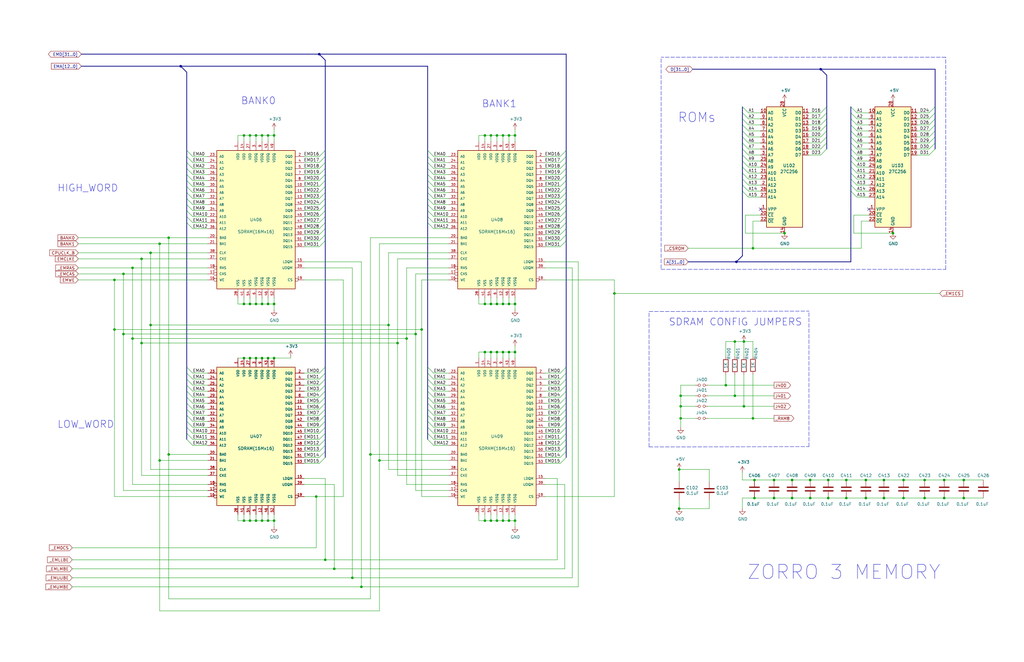
<source format=kicad_sch>
(kicad_sch (version 20211123) (generator eeschema)
  (paper "B")
  (title_block (title "Amiga N2630") (date "2022-09-12") (rev "2.3"))
  (junction (at 313.69 171.45))
  (junction (at 107.95 151.13))
  (junction (at 346.075 29.21))
  (junction (at 212.09 57.15))
  (junction (at 207.01 128.27))
  (junction (at 133.35 209.55))
  (junction (at 398.145 210.185))
  (junction (at 115.57 219.71))
  (junction (at 113.03 219.71))
  (junction (at 76.2 27.94))
  (junction (at 334.01 202.565))
  (junction (at 406.4 210.185))
  (junction (at 334.01 210.185))
  (junction (at 381 202.565))
  (junction (at 175.26 140.97))
  (junction (at 71.12 191.77))
  (junction (at 287.02 167.005))
  (junction (at 115.57 57.15))
  (junction (at 110.49 219.71))
  (junction (at 140.97 240.03))
  (junction (at 317.5 176.53))
  (junction (at 318.135 210.185))
  (junction (at 55.88 142.875))
  (junction (at 318.135 202.565))
  (junction (at 365.125 202.565))
  (junction (at 398.145 202.565))
  (junction (at 372.745 210.185))
  (junction (at 107.95 219.71))
  (junction (at 381 210.185))
  (junction (at 376.555 98.425))
  (junction (at 326.39 202.565))
  (junction (at 113.03 151.13))
  (junction (at 212.09 128.27))
  (junction (at 317.5 104.775))
  (junction (at 204.47 219.71))
  (junction (at 349.25 210.185))
  (junction (at 171.45 142.875))
  (junction (at 341.63 210.185))
  (junction (at 207.01 148.59))
  (junction (at 102.87 151.13))
  (junction (at 309.88 144.145))
  (junction (at 330.835 98.425))
  (junction (at 310.515 110.49))
  (junction (at 115.57 128.27))
  (junction (at 102.87 57.15))
  (junction (at 177.8 139.065))
  (junction (at 217.17 219.71))
  (junction (at 152.4 247.65))
  (junction (at 209.55 148.59))
  (junction (at 204.47 57.15))
  (junction (at 209.55 128.27))
  (junction (at 204.47 148.59))
  (junction (at 209.55 57.15))
  (junction (at 105.41 128.27))
  (junction (at 67.31 102.87))
  (junction (at 356.87 210.185))
  (junction (at 63.5 137.16))
  (junction (at 214.63 57.15))
  (junction (at 214.63 148.59))
  (junction (at 110.49 151.13))
  (junction (at 313.69 144.145))
  (junction (at 59.69 144.78))
  (junction (at 217.17 57.15))
  (junction (at 167.64 144.78))
  (junction (at 52.07 140.97))
  (junction (at 55.88 113.03))
  (junction (at 102.87 128.27))
  (junction (at 163.83 137.16))
  (junction (at 59.69 109.22))
  (junction (at 341.63 202.565))
  (junction (at 207.01 219.71))
  (junction (at 156.21 191.77))
  (junction (at 160.02 194.31))
  (junction (at 209.55 219.71))
  (junction (at 105.41 151.13))
  (junction (at 309.88 167.005))
  (junction (at 105.41 57.15))
  (junction (at 63.5 106.68))
  (junction (at 372.745 202.565))
  (junction (at 105.41 219.71))
  (junction (at 287.02 176.53))
  (junction (at 48.26 139.065))
  (junction (at 67.31 194.31))
  (junction (at 107.95 57.15))
  (junction (at 326.39 210.185))
  (junction (at 286.385 198.12))
  (junction (at 259.08 123.825))
  (junction (at 406.4 202.565))
  (junction (at 48.26 118.11))
  (junction (at 148.59 243.84))
  (junction (at 306.07 162.56))
  (junction (at 110.49 57.15))
  (junction (at 52.07 115.57))
  (junction (at 287.02 171.45))
  (junction (at 212.09 148.59))
  (junction (at 356.87 202.565))
  (junction (at 102.87 219.71))
  (junction (at 71.12 100.33))
  (junction (at 134.62 22.86))
  (junction (at 217.17 128.27))
  (junction (at 214.63 128.27))
  (junction (at 115.57 151.13))
  (junction (at 365.125 210.185))
  (junction (at 110.49 128.27))
  (junction (at 204.47 128.27))
  (junction (at 137.16 236.22))
  (junction (at 217.17 148.59))
  (junction (at 113.03 57.15))
  (junction (at 389.89 210.185))
  (junction (at 107.95 128.27))
  (junction (at 113.03 128.27))
  (junction (at 207.01 57.15))
  (junction (at 214.63 219.71))
  (junction (at 286.385 214.63))
  (junction (at 349.25 202.565))
  (junction (at 389.89 202.565))
  (junction (at 212.09 219.71))
  (no_connect (at 366.395 88.265))
  (no_connect (at 320.675 88.265))
  (bus_entry (at 81.28 157.48) (size -2.54 -2.54))
  (bus_entry (at 236.22 83.82) (size 2.54 -2.54))
  (bus_entry (at 134.62 101.6) (size 2.54 -2.54))
  (bus_entry (at 134.62 86.36) (size 2.54 -2.54))
  (bus_entry (at 236.22 193.04) (size 2.54 -2.54))
  (bus_entry (at 236.22 172.72) (size 2.54 -2.54))
  (bus_entry (at 391.795 65.405) (size 2.54 -2.54))
  (bus_entry (at 134.62 187.96) (size 2.54 -2.54))
  (bus_entry (at 81.28 86.36) (size -2.54 -2.54))
  (bus_entry (at 391.795 52.705) (size 2.54 -2.54))
  (bus_entry (at 81.28 88.9) (size -2.54 -2.54))
  (bus_entry (at 236.22 73.66) (size 2.54 -2.54))
  (bus_entry (at 81.28 73.66) (size -2.54 -2.54))
  (bus_entry (at 134.62 193.04) (size 2.54 -2.54))
  (bus_entry (at 134.62 190.5) (size 2.54 -2.54))
  (bus_entry (at 236.22 66.04) (size 2.54 -2.54))
  (bus_entry (at 134.62 170.18) (size 2.54 -2.54))
  (bus_entry (at 134.62 88.9) (size 2.54 -2.54))
  (bus_entry (at 315.595 70.485) (size -2.54 -2.54))
  (bus_entry (at 182.88 66.04) (size -2.54 -2.54))
  (bus_entry (at 182.88 88.9) (size -2.54 -2.54))
  (bus_entry (at 182.88 180.34) (size -2.54 -2.54))
  (bus_entry (at 236.22 71.12) (size 2.54 -2.54))
  (bus_entry (at 134.62 182.88) (size 2.54 -2.54))
  (bus_entry (at 81.28 93.98) (size -2.54 -2.54))
  (bus_entry (at 361.315 47.625) (size -2.54 -2.54))
  (bus_entry (at 81.28 172.72) (size -2.54 -2.54))
  (bus_entry (at 81.28 71.12) (size -2.54 -2.54))
  (bus_entry (at 361.315 52.705) (size -2.54 -2.54))
  (bus_entry (at 361.315 55.245) (size -2.54 -2.54))
  (bus_entry (at 346.075 65.405) (size 2.54 -2.54))
  (bus_entry (at 182.88 78.74) (size -2.54 -2.54))
  (bus_entry (at 182.88 175.26) (size -2.54 -2.54))
  (bus_entry (at 182.88 187.96) (size -2.54 -2.54))
  (bus_entry (at 182.88 177.8) (size -2.54 -2.54))
  (bus_entry (at 182.88 91.44) (size -2.54 -2.54))
  (bus_entry (at 236.22 68.58) (size 2.54 -2.54))
  (bus_entry (at 315.595 47.625) (size -2.54 -2.54))
  (bus_entry (at 81.28 83.82) (size -2.54 -2.54))
  (bus_entry (at 134.62 180.34) (size 2.54 -2.54))
  (bus_entry (at 236.22 76.2) (size 2.54 -2.54))
  (bus_entry (at 182.88 170.18) (size -2.54 -2.54))
  (bus_entry (at 315.595 78.105) (size -2.54 -2.54))
  (bus_entry (at 346.075 55.245) (size 2.54 -2.54))
  (bus_entry (at 236.22 177.8) (size 2.54 -2.54))
  (bus_entry (at 361.315 83.185) (size -2.54 -2.54))
  (bus_entry (at 315.595 67.945) (size -2.54 -2.54))
  (bus_entry (at 236.22 182.88) (size 2.54 -2.54))
  (bus_entry (at 81.28 68.58) (size -2.54 -2.54))
  (bus_entry (at 81.28 165.1) (size -2.54 -2.54))
  (bus_entry (at 361.315 73.025) (size -2.54 -2.54))
  (bus_entry (at 81.28 162.56) (size -2.54 -2.54))
  (bus_entry (at 236.22 93.98) (size 2.54 -2.54))
  (bus_entry (at 81.28 187.96) (size -2.54 -2.54))
  (bus_entry (at 236.22 86.36) (size 2.54 -2.54))
  (bus_entry (at 315.595 80.645) (size -2.54 -2.54))
  (bus_entry (at 81.28 175.26) (size -2.54 -2.54))
  (bus_entry (at 236.22 165.1) (size 2.54 -2.54))
  (bus_entry (at 134.62 167.64) (size 2.54 -2.54))
  (bus_entry (at 81.28 177.8) (size -2.54 -2.54))
  (bus_entry (at 315.595 52.705) (size -2.54 -2.54))
  (bus_entry (at 134.62 78.74) (size 2.54 -2.54))
  (bus_entry (at 361.315 62.865) (size -2.54 -2.54))
  (bus_entry (at 236.22 167.64) (size 2.54 -2.54))
  (bus_entry (at 236.22 175.26) (size 2.54 -2.54))
  (bus_entry (at 361.315 65.405) (size -2.54 -2.54))
  (bus_entry (at 236.22 81.28) (size 2.54 -2.54))
  (bus_entry (at 134.62 93.98) (size 2.54 -2.54))
  (bus_entry (at 182.88 162.56) (size -2.54 -2.54))
  (bus_entry (at 236.22 180.34) (size 2.54 -2.54))
  (bus_entry (at 391.795 50.165) (size 2.54 -2.54))
  (bus_entry (at 182.88 167.64) (size -2.54 -2.54))
  (bus_entry (at 236.22 185.42) (size 2.54 -2.54))
  (bus_entry (at 134.62 73.66) (size 2.54 -2.54))
  (bus_entry (at 182.88 83.82) (size -2.54 -2.54))
  (bus_entry (at 134.62 71.12) (size 2.54 -2.54))
  (bus_entry (at 236.22 101.6) (size 2.54 -2.54))
  (bus_entry (at 134.62 160.02) (size 2.54 -2.54))
  (bus_entry (at 182.88 76.2) (size -2.54 -2.54))
  (bus_entry (at 134.62 165.1) (size 2.54 -2.54))
  (bus_entry (at 81.28 167.64) (size -2.54 -2.54))
  (bus_entry (at 236.22 190.5) (size 2.54 -2.54))
  (bus_entry (at 182.88 165.1) (size -2.54 -2.54))
  (bus_entry (at 315.595 75.565) (size -2.54 -2.54))
  (bus_entry (at 346.075 47.625) (size 2.54 -2.54))
  (bus_entry (at 134.62 68.58) (size 2.54 -2.54))
  (bus_entry (at 134.62 66.04) (size 2.54 -2.54))
  (bus_entry (at 315.595 55.245) (size -2.54 -2.54))
  (bus_entry (at 315.595 73.025) (size -2.54 -2.54))
  (bus_entry (at 81.28 96.52) (size -2.54 -2.54))
  (bus_entry (at 236.22 187.96) (size 2.54 -2.54))
  (bus_entry (at 361.315 60.325) (size -2.54 -2.54))
  (bus_entry (at 81.28 76.2) (size -2.54 -2.54))
  (bus_entry (at 134.62 91.44) (size 2.54 -2.54))
  (bus_entry (at 134.62 99.06) (size 2.54 -2.54))
  (bus_entry (at 236.22 88.9) (size 2.54 -2.54))
  (bus_entry (at 236.22 195.58) (size 2.54 -2.54))
  (bus_entry (at 182.88 182.88) (size -2.54 -2.54))
  (bus_entry (at 182.88 157.48) (size -2.54 -2.54))
  (bus_entry (at 361.315 67.945) (size -2.54 -2.54))
  (bus_entry (at 346.075 57.785) (size 2.54 -2.54))
  (bus_entry (at 134.62 96.52) (size 2.54 -2.54))
  (bus_entry (at 134.62 162.56) (size 2.54 -2.54))
  (bus_entry (at 81.28 185.42) (size -2.54 -2.54))
  (bus_entry (at 134.62 172.72) (size 2.54 -2.54))
  (bus_entry (at 236.22 96.52) (size 2.54 -2.54))
  (bus_entry (at 81.28 66.04) (size -2.54 -2.54))
  (bus_entry (at 81.28 81.28) (size -2.54 -2.54))
  (bus_entry (at 236.22 104.14) (size 2.54 -2.54))
  (bus_entry (at 236.22 78.74) (size 2.54 -2.54))
  (bus_entry (at 81.28 170.18) (size -2.54 -2.54))
  (bus_entry (at 81.28 78.74) (size -2.54 -2.54))
  (bus_entry (at 236.22 99.06) (size 2.54 -2.54))
  (bus_entry (at 315.595 83.185) (size -2.54 -2.54))
  (bus_entry (at 236.22 162.56) (size 2.54 -2.54))
  (bus_entry (at 134.62 185.42) (size 2.54 -2.54))
  (bus_entry (at 236.22 160.02) (size 2.54 -2.54))
  (bus_entry (at 182.88 185.42) (size -2.54 -2.54))
  (bus_entry (at 346.075 60.325) (size 2.54 -2.54))
  (bus_entry (at 346.075 52.705) (size 2.54 -2.54))
  (bus_entry (at 361.315 57.785) (size -2.54 -2.54))
  (bus_entry (at 134.62 83.82) (size 2.54 -2.54))
  (bus_entry (at 182.88 71.12) (size -2.54 -2.54))
  (bus_entry (at 361.315 70.485) (size -2.54 -2.54))
  (bus_entry (at 81.28 180.34) (size -2.54 -2.54))
  (bus_entry (at 236.22 157.48) (size 2.54 -2.54))
  (bus_entry (at 315.595 50.165) (size -2.54 -2.54))
  (bus_entry (at 391.795 62.865) (size 2.54 -2.54))
  (bus_entry (at 391.795 55.245) (size 2.54 -2.54))
  (bus_entry (at 134.62 177.8) (size 2.54 -2.54))
  (bus_entry (at 182.88 93.98) (size -2.54 -2.54))
  (bus_entry (at 81.28 182.88) (size -2.54 -2.54))
  (bus_entry (at 346.075 62.865) (size 2.54 -2.54))
  (bus_entry (at 315.595 57.785) (size -2.54 -2.54))
  (bus_entry (at 236.22 91.44) (size 2.54 -2.54))
  (bus_entry (at 182.88 160.02) (size -2.54 -2.54))
  (bus_entry (at 134.62 104.14) (size 2.54 -2.54))
  (bus_entry (at 391.795 60.325) (size 2.54 -2.54))
  (bus_entry (at 182.88 172.72) (size -2.54 -2.54))
  (bus_entry (at 134.62 195.58) (size 2.54 -2.54))
  (bus_entry (at 361.315 80.645) (size -2.54 -2.54))
  (bus_entry (at 315.595 65.405) (size -2.54 -2.54))
  (bus_entry (at 391.795 57.785) (size 2.54 -2.54))
  (bus_entry (at 391.795 47.625) (size 2.54 -2.54))
  (bus_entry (at 182.88 68.58) (size -2.54 -2.54))
  (bus_entry (at 134.62 81.28) (size 2.54 -2.54))
  (bus_entry (at 361.315 75.565) (size -2.54 -2.54))
  (bus_entry (at 182.88 86.36) (size -2.54 -2.54))
  (bus_entry (at 81.28 91.44) (size -2.54 -2.54))
  (bus_entry (at 346.075 50.165) (size 2.54 -2.54))
  (bus_entry (at 182.88 81.28) (size -2.54 -2.54))
  (bus_entry (at 315.595 62.865) (size -2.54 -2.54))
  (bus_entry (at 134.62 157.48) (size 2.54 -2.54))
  (bus_entry (at 361.315 50.165) (size -2.54 -2.54))
  (bus_entry (at 134.62 76.2) (size 2.54 -2.54))
  (bus_entry (at 361.315 78.105) (size -2.54 -2.54))
  (bus_entry (at 81.28 160.02) (size -2.54 -2.54))
  (bus_entry (at 134.62 175.26) (size 2.54 -2.54))
  (bus_entry (at 315.595 60.325) (size -2.54 -2.54))
  (bus_entry (at 182.88 73.66) (size -2.54 -2.54))
  (bus_entry (at 236.22 170.18) (size 2.54 -2.54))
  (bus_entry (at 182.88 96.52) (size -2.54 -2.54))
  (wire (pts (xy 298.45 176.53) (xy 317.5 176.53)))
  (bus (pts (xy 238.76 22.86) (xy 238.76 63.5)))
  (wire (pts (xy 306.07 144.145) (xy 309.88 144.145)))
  (bus (pts (xy 78.74 93.98) (xy 78.74 154.94)))
  (wire (pts (xy 214.63 151.13) (xy 214.63 148.59)))
  (bus (pts (xy 346.075 29.21) (xy 394.335 29.21)))
  (wire (pts (xy 128.27 71.12) (xy 134.62 71.12)))
  (wire (pts (xy 229.87 157.48) (xy 236.22 157.48)))
  (wire (pts (xy 87.63 182.88) (xy 81.28 182.88)))
  (wire (pts (xy 314.325 90.805) (xy 314.325 98.425)))
  (wire (pts (xy 128.27 68.58) (xy 134.62 68.58)))
  (wire (pts (xy 381 210.185) (xy 389.89 210.185)))
  (wire (pts (xy 167.64 144.78) (xy 167.64 200.66)))
  (wire (pts (xy 313.69 171.45) (xy 326.39 171.45)))
  (wire (pts (xy 115.57 57.15) (xy 115.57 54.61)))
  (wire (pts (xy 229.87 170.18) (xy 236.22 170.18)))
  (wire (pts (xy 115.57 59.69) (xy 115.57 57.15)))
  (bus (pts (xy 238.76 66.04) (xy 238.76 68.58)))
  (wire (pts (xy 59.69 200.66) (xy 59.69 144.78)))
  (bus (pts (xy 238.76 175.26) (xy 238.76 177.8)))
  (wire (pts (xy 156.21 252.73) (xy 71.12 252.73)))
  (wire (pts (xy 317.5 150.368) (xy 317.5 144.145)))
  (bus (pts (xy 313.055 47.625) (xy 313.055 50.165)))
  (bus (pts (xy 358.775 62.865) (xy 358.775 65.405)))
  (bus (pts (xy 238.76 154.94) (xy 238.76 157.48)))
  (wire (pts (xy 189.23 160.02) (xy 182.88 160.02)))
  (bus (pts (xy 180.34 27.94) (xy 180.34 63.5)))
  (wire (pts (xy 363.22 93.345) (xy 363.22 104.775)))
  (bus (pts (xy 358.775 67.945) (xy 358.775 70.485)))
  (wire (pts (xy 229.87 76.2) (xy 236.22 76.2)))
  (bus (pts (xy 137.16 185.42) (xy 137.16 187.96)))
  (wire (pts (xy 189.23 115.57) (xy 175.26 115.57)))
  (wire (pts (xy 386.715 52.705) (xy 391.795 52.705)))
  (bus (pts (xy 180.34 162.56) (xy 180.34 165.1)))
  (wire (pts (xy 59.69 144.78) (xy 167.64 144.78)))
  (wire (pts (xy 87.63 113.03) (xy 55.88 113.03)))
  (bus (pts (xy 238.76 99.06) (xy 238.76 101.6)))
  (wire (pts (xy 128.27 190.5) (xy 134.62 190.5)))
  (bus (pts (xy 358.775 60.325) (xy 358.775 62.865)))
  (bus (pts (xy 348.615 31.75) (xy 348.615 45.085)))
  (wire (pts (xy 140.97 240.03) (xy 30.48 240.03)))
  (wire (pts (xy 67.31 257.81) (xy 160.02 257.81)))
  (wire (pts (xy 100.33 57.15) (xy 102.87 57.15)))
  (wire (pts (xy 189.23 102.87) (xy 160.02 102.87)))
  (wire (pts (xy 189.23 175.26) (xy 182.88 175.26)))
  (wire (pts (xy 366.395 78.105) (xy 361.315 78.105)))
  (wire (pts (xy 67.31 194.31) (xy 67.31 102.87)))
  (wire (pts (xy 365.125 210.185) (xy 372.745 210.185)))
  (wire (pts (xy 320.675 55.245) (xy 315.595 55.245)))
  (wire (pts (xy 167.64 109.22) (xy 167.64 144.78)))
  (wire (pts (xy 189.23 76.2) (xy 182.88 76.2)))
  (wire (pts (xy 340.995 55.245) (xy 346.075 55.245)))
  (wire (pts (xy 320.675 62.865) (xy 315.595 62.865)))
  (wire (pts (xy 189.23 100.33) (xy 156.21 100.33)))
  (bus (pts (xy 137.16 170.18) (xy 137.16 172.72)))
  (polyline (pts (xy 398.78 113.665) (xy 398.78 24.13)))
  (wire (pts (xy 52.07 115.57) (xy 87.63 115.57)))
  (wire (pts (xy 318.135 202.565) (xy 326.39 202.565)))
  (wire (pts (xy 386.715 55.245) (xy 391.795 55.245)))
  (wire (pts (xy 175.26 115.57) (xy 175.26 140.97)))
  (wire (pts (xy 313.69 144.145) (xy 313.69 150.495)))
  (bus (pts (xy 137.16 157.48) (xy 137.16 160.02)))
  (bus (pts (xy 394.335 45.085) (xy 394.335 47.625)))
  (wire (pts (xy 189.23 207.01) (xy 175.26 207.01)))
  (wire (pts (xy 207.01 217.17) (xy 207.01 219.71)))
  (wire (pts (xy 87.63 78.74) (xy 81.28 78.74)))
  (wire (pts (xy 286.385 203.2) (xy 286.385 198.12)))
  (wire (pts (xy 189.23 68.58) (xy 182.88 68.58)))
  (bus (pts (xy 238.76 165.1) (xy 238.76 167.64)))
  (bus (pts (xy 137.16 93.98) (xy 137.16 96.52)))
  (wire (pts (xy 340.995 57.785) (xy 346.075 57.785)))
  (wire (pts (xy 128.27 81.28) (xy 134.62 81.28)))
  (wire (pts (xy 320.675 65.405) (xy 315.595 65.405)))
  (wire (pts (xy 160.02 194.31) (xy 160.02 257.81)))
  (bus (pts (xy 137.16 25.4) (xy 134.62 22.86)))
  (bus (pts (xy 180.34 88.9) (xy 180.34 91.44)))
  (wire (pts (xy 372.745 202.565) (xy 381 202.565)))
  (wire (pts (xy 201.93 128.27) (xy 204.47 128.27)))
  (bus (pts (xy 180.34 180.34) (xy 180.34 182.88)))
  (bus (pts (xy 134.62 22.86) (xy 238.76 22.86)))
  (wire (pts (xy 209.55 148.59) (xy 212.09 148.59)))
  (wire (pts (xy 100.33 219.71) (xy 102.87 219.71)))
  (wire (pts (xy 128.27 170.18) (xy 134.62 170.18)))
  (wire (pts (xy 366.395 73.025) (xy 361.315 73.025)))
  (wire (pts (xy 87.63 109.22) (xy 59.69 109.22)))
  (wire (pts (xy 63.5 198.12) (xy 63.5 137.16)))
  (wire (pts (xy 201.93 125.73) (xy 201.93 128.27)))
  (bus (pts (xy 313.055 75.565) (xy 313.055 78.105)))
  (wire (pts (xy 204.47 148.59) (xy 207.01 148.59)))
  (wire (pts (xy 163.83 137.16) (xy 163.83 198.12)))
  (bus (pts (xy 180.34 71.12) (xy 180.34 73.66)))
  (wire (pts (xy 318.135 202.565) (xy 313.055 202.565)))
  (wire (pts (xy 340.995 52.705) (xy 346.075 52.705)))
  (wire (pts (xy 259.08 123.825) (xy 259.08 209.55)))
  (wire (pts (xy 299.085 198.12) (xy 299.085 203.2)))
  (wire (pts (xy 87.63 167.64) (xy 81.28 167.64)))
  (wire (pts (xy 229.87 81.28) (xy 236.22 81.28)))
  (bus (pts (xy 180.34 73.66) (xy 180.34 76.2)))
  (wire (pts (xy 229.87 113.03) (xy 241.3 113.03)))
  (bus (pts (xy 137.16 167.64) (xy 137.16 170.18)))
  (bus (pts (xy 358.775 50.165) (xy 358.775 52.705)))
  (wire (pts (xy 398.145 202.565) (xy 406.4 202.565)))
  (wire (pts (xy 189.23 88.9) (xy 182.88 88.9)))
  (wire (pts (xy 48.26 139.065) (xy 48.26 209.55)))
  (wire (pts (xy 201.93 57.15) (xy 204.47 57.15)))
  (wire (pts (xy 102.87 219.71) (xy 105.41 219.71)))
  (bus (pts (xy 180.34 182.88) (xy 180.34 185.42)))
  (wire (pts (xy 366.395 57.785) (xy 361.315 57.785)))
  (wire (pts (xy 102.87 151.13) (xy 105.41 151.13)))
  (wire (pts (xy 318.135 210.185) (xy 326.39 210.185)))
  (bus (pts (xy 137.16 91.44) (xy 137.16 93.98)))
  (wire (pts (xy 299.085 214.63) (xy 299.085 210.82)))
  (wire (pts (xy 366.395 75.565) (xy 361.315 75.565)))
  (wire (pts (xy 214.63 217.17) (xy 214.63 219.71)))
  (bus (pts (xy 180.34 76.2) (xy 180.34 78.74)))
  (wire (pts (xy 107.95 151.13) (xy 110.49 151.13)))
  (wire (pts (xy 212.09 217.17) (xy 212.09 219.71)))
  (bus (pts (xy 137.16 182.88) (xy 137.16 185.42)))
  (bus (pts (xy 394.335 52.705) (xy 394.335 55.245)))
  (wire (pts (xy 317.5 104.775) (xy 290.195 104.775)))
  (wire (pts (xy 71.12 191.77) (xy 71.12 100.33)))
  (wire (pts (xy 320.675 47.625) (xy 315.595 47.625)))
  (wire (pts (xy 189.23 78.74) (xy 182.88 78.74)))
  (wire (pts (xy 189.23 194.31) (xy 160.02 194.31)))
  (wire (pts (xy 128.27 162.56) (xy 134.62 162.56)))
  (wire (pts (xy 309.88 167.005) (xy 326.39 167.005)))
  (wire (pts (xy 317.5 176.53) (xy 326.39 176.53)))
  (wire (pts (xy 234.95 201.93) (xy 234.95 236.22)))
  (wire (pts (xy 340.995 47.625) (xy 346.075 47.625)))
  (bus (pts (xy 348.615 52.705) (xy 348.615 55.245)))
  (wire (pts (xy 214.63 219.71) (xy 217.17 219.71)))
  (bus (pts (xy 358.775 80.645) (xy 358.775 110.49)))
  (wire (pts (xy 128.27 88.9) (xy 134.62 88.9)))
  (bus (pts (xy 78.74 78.74) (xy 78.74 81.28)))
  (wire (pts (xy 229.87 83.82) (xy 236.22 83.82)))
  (wire (pts (xy 320.675 83.185) (xy 315.595 83.185)))
  (wire (pts (xy 286.385 214.63) (xy 299.085 214.63)))
  (wire (pts (xy 366.395 67.945) (xy 361.315 67.945)))
  (wire (pts (xy 105.41 125.73) (xy 105.41 128.27)))
  (bus (pts (xy 180.34 167.64) (xy 180.34 170.18)))
  (wire (pts (xy 217.17 148.59) (xy 217.17 146.05)))
  (wire (pts (xy 163.83 198.12) (xy 189.23 198.12)))
  (wire (pts (xy 189.23 96.52) (xy 182.88 96.52)))
  (bus (pts (xy 180.34 86.36) (xy 180.34 88.9)))
  (polyline (pts (xy 341.122 188.468) (xy 341.122 131.318)))
  (bus (pts (xy 180.34 91.44) (xy 180.34 93.98)))
  (wire (pts (xy 386.715 62.865) (xy 391.795 62.865)))
  (wire (pts (xy 87.63 177.8) (xy 81.28 177.8)))
  (bus (pts (xy 76.2 27.94) (xy 180.34 27.94)))
  (wire (pts (xy 229.87 99.06) (xy 236.22 99.06)))
  (wire (pts (xy 229.87 187.96) (xy 236.22 187.96)))
  (wire (pts (xy 317.5 157.988) (xy 317.5 176.53)))
  (wire (pts (xy 398.145 210.185) (xy 406.4 210.185)))
  (bus (pts (xy 310.515 110.49) (xy 358.775 110.49)))
  (wire (pts (xy 189.23 170.18) (xy 182.88 170.18)))
  (wire (pts (xy 365.125 202.565) (xy 356.87 202.565)))
  (wire (pts (xy 363.22 104.775) (xy 317.5 104.775)))
  (wire (pts (xy 102.87 128.27) (xy 105.41 128.27)))
  (wire (pts (xy 48.26 118.11) (xy 33.02 118.11)))
  (wire (pts (xy 229.87 204.47) (xy 238.125 204.47)))
  (bus (pts (xy 78.74 81.28) (xy 78.74 83.82)))
  (bus (pts (xy 137.16 154.94) (xy 137.16 157.48)))
  (bus (pts (xy 238.76 182.88) (xy 238.76 185.42)))
  (wire (pts (xy 87.63 191.77) (xy 71.12 191.77)))
  (wire (pts (xy 340.995 65.405) (xy 346.075 65.405)))
  (polyline (pts (xy 278.765 113.665) (xy 398.78 113.665)))
  (wire (pts (xy 238.125 240.03) (xy 238.125 204.47)))
  (wire (pts (xy 229.87 96.52) (xy 236.22 96.52)))
  (bus (pts (xy 238.76 180.34) (xy 238.76 182.88)))
  (wire (pts (xy 381 202.565) (xy 389.89 202.565)))
  (wire (pts (xy 334.01 202.565) (xy 341.63 202.565)))
  (bus (pts (xy 238.76 162.56) (xy 238.76 165.1)))
  (bus (pts (xy 78.74 162.56) (xy 78.74 165.1)))
  (wire (pts (xy 209.55 125.73) (xy 209.55 128.27)))
  (wire (pts (xy 128.27 201.93) (xy 137.16 201.93)))
  (wire (pts (xy 63.5 137.16) (xy 63.5 106.68)))
  (wire (pts (xy 212.09 151.13) (xy 212.09 148.59)))
  (wire (pts (xy 87.63 157.48) (xy 81.28 157.48)))
  (bus (pts (xy 313.055 52.705) (xy 313.055 55.245)))
  (wire (pts (xy 52.07 207.01) (xy 52.07 140.97)))
  (bus (pts (xy 292.1 29.21) (xy 346.075 29.21)))
  (bus (pts (xy 180.34 175.26) (xy 180.34 177.8)))
  (wire (pts (xy 317.5 144.145) (xy 313.69 144.145)))
  (wire (pts (xy 189.23 91.44) (xy 182.88 91.44)))
  (wire (pts (xy 128.27 175.26) (xy 134.62 175.26)))
  (wire (pts (xy 313.055 202.565) (xy 313.055 199.39)))
  (wire (pts (xy 67.31 194.31) (xy 67.31 257.81)))
  (wire (pts (xy 209.55 219.71) (xy 212.09 219.71)))
  (bus (pts (xy 358.775 65.405) (xy 358.775 67.945)))
  (wire (pts (xy 105.41 128.27) (xy 107.95 128.27)))
  (wire (pts (xy 209.55 217.17) (xy 209.55 219.71)))
  (wire (pts (xy 340.995 62.865) (xy 346.075 62.865)))
  (polyline (pts (xy 398.78 24.13) (xy 278.765 24.13)))
  (wire (pts (xy 115.57 151.13) (xy 122.555 151.13)))
  (wire (pts (xy 201.93 217.17) (xy 201.93 219.71)))
  (wire (pts (xy 107.95 128.27) (xy 110.49 128.27)))
  (wire (pts (xy 386.715 50.165) (xy 391.795 50.165)))
  (bus (pts (xy 238.76 170.18) (xy 238.76 172.72)))
  (wire (pts (xy 140.97 204.47) (xy 140.97 240.03)))
  (wire (pts (xy 87.63 118.11) (xy 48.26 118.11)))
  (wire (pts (xy 209.55 151.13) (xy 209.55 148.59)))
  (wire (pts (xy 366.395 70.485) (xy 361.315 70.485)))
  (wire (pts (xy 366.395 65.405) (xy 361.315 65.405)))
  (wire (pts (xy 113.03 219.71) (xy 115.57 219.71)))
  (wire (pts (xy 87.63 81.28) (xy 81.28 81.28)))
  (wire (pts (xy 320.675 57.785) (xy 315.595 57.785)))
  (bus (pts (xy 180.34 177.8) (xy 180.34 180.34)))
  (wire (pts (xy 177.8 118.11) (xy 177.8 139.065)))
  (bus (pts (xy 313.055 80.645) (xy 313.055 107.95)))
  (wire (pts (xy 349.25 202.565) (xy 341.63 202.565)))
  (wire (pts (xy 341.63 210.185) (xy 349.25 210.185)))
  (wire (pts (xy 217.17 59.69) (xy 217.17 57.15)))
  (bus (pts (xy 238.76 172.72) (xy 238.76 175.26)))
  (wire (pts (xy 366.395 55.245) (xy 361.315 55.245)))
  (bus (pts (xy 348.615 57.785) (xy 348.615 60.325)))
  (bus (pts (xy 238.76 185.42) (xy 238.76 187.96)))
  (wire (pts (xy 115.57 219.71) (xy 115.57 222.25)))
  (bus (pts (xy 180.34 81.28) (xy 180.34 83.82)))
  (wire (pts (xy 201.93 148.59) (xy 204.47 148.59)))
  (wire (pts (xy 102.87 125.73) (xy 102.87 128.27)))
  (wire (pts (xy 229.87 190.5) (xy 236.22 190.5)))
  (wire (pts (xy 204.47 217.17) (xy 204.47 219.71)))
  (wire (pts (xy 71.12 100.33) (xy 33.02 100.33)))
  (wire (pts (xy 52.07 140.97) (xy 175.26 140.97)))
  (wire (pts (xy 189.23 66.04) (xy 182.88 66.04)))
  (bus (pts (xy 78.74 76.2) (xy 78.74 78.74)))
  (bus (pts (xy 313.055 67.945) (xy 313.055 70.485)))
  (wire (pts (xy 389.89 202.565) (xy 398.145 202.565)))
  (wire (pts (xy 217.17 128.27) (xy 217.17 125.73)))
  (bus (pts (xy 78.74 180.34) (xy 78.74 182.88)))
  (wire (pts (xy 107.95 219.71) (xy 110.49 219.71)))
  (wire (pts (xy 152.4 110.49) (xy 152.4 247.65)))
  (wire (pts (xy 229.87 165.1) (xy 236.22 165.1)))
  (wire (pts (xy 128.27 86.36) (xy 134.62 86.36)))
  (wire (pts (xy 366.395 62.865) (xy 361.315 62.865)))
  (wire (pts (xy 366.395 90.805) (xy 360.045 90.805)))
  (bus (pts (xy 137.16 63.5) (xy 137.16 66.04)))
  (wire (pts (xy 366.395 83.185) (xy 361.315 83.185)))
  (bus (pts (xy 358.775 75.565) (xy 358.775 78.105)))
  (wire (pts (xy 137.16 236.22) (xy 234.95 236.22)))
  (wire (pts (xy 229.87 91.44) (xy 236.22 91.44)))
  (bus (pts (xy 78.74 66.04) (xy 78.74 68.58)))
  (wire (pts (xy 102.87 57.15) (xy 105.41 57.15)))
  (wire (pts (xy 286.385 210.82) (xy 286.385 214.63)))
  (wire (pts (xy 189.23 180.34) (xy 182.88 180.34)))
  (bus (pts (xy 34.29 27.94) (xy 76.2 27.94)))
  (bus (pts (xy 78.74 73.66) (xy 78.74 76.2)))
  (bus (pts (xy 137.16 187.96) (xy 137.16 190.5)))
  (bus (pts (xy 78.74 160.02) (xy 78.74 162.56)))
  (wire (pts (xy 189.23 187.96) (xy 182.88 187.96)))
  (bus (pts (xy 78.74 91.44) (xy 78.74 93.98)))
  (wire (pts (xy 189.23 185.42) (xy 182.88 185.42)))
  (bus (pts (xy 137.16 175.26) (xy 137.16 177.8)))
  (bus (pts (xy 313.055 70.485) (xy 313.055 73.025)))
  (bus (pts (xy 137.16 160.02) (xy 137.16 162.56)))
  (wire (pts (xy 189.23 113.03) (xy 171.45 113.03)))
  (wire (pts (xy 87.63 76.2) (xy 81.28 76.2)))
  (wire (pts (xy 87.63 160.02) (xy 81.28 160.02)))
  (wire (pts (xy 214.63 59.69) (xy 214.63 57.15)))
  (wire (pts (xy 171.45 142.875) (xy 171.45 204.47)))
  (bus (pts (xy 313.055 62.865) (xy 313.055 65.405)))
  (bus (pts (xy 348.615 47.625) (xy 348.615 50.165)))
  (wire (pts (xy 309.88 144.145) (xy 309.88 150.495)))
  (wire (pts (xy 320.675 75.565) (xy 315.595 75.565)))
  (bus (pts (xy 78.74 63.5) (xy 78.74 66.04)))
  (wire (pts (xy 287.02 167.005) (xy 287.02 171.45)))
  (wire (pts (xy 320.675 93.345) (xy 317.5 93.345)))
  (wire (pts (xy 207.01 59.69) (xy 207.01 57.15)))
  (wire (pts (xy 366.395 93.345) (xy 363.22 93.345)))
  (wire (pts (xy 229.87 185.42) (xy 236.22 185.42)))
  (wire (pts (xy 189.23 165.1) (xy 182.88 165.1)))
  (wire (pts (xy 406.4 202.565) (xy 414.655 202.565)))
  (wire (pts (xy 320.675 73.025) (xy 315.595 73.025)))
  (wire (pts (xy 87.63 86.36) (xy 81.28 86.36)))
  (wire (pts (xy 87.63 93.98) (xy 81.28 93.98)))
  (wire (pts (xy 212.09 57.15) (xy 214.63 57.15)))
  (wire (pts (xy 204.47 128.27) (xy 207.01 128.27)))
  (wire (pts (xy 229.87 177.8) (xy 236.22 177.8)))
  (wire (pts (xy 113.03 125.73) (xy 113.03 128.27)))
  (bus (pts (xy 313.055 60.325) (xy 313.055 62.865)))
  (bus (pts (xy 238.76 96.52) (xy 238.76 99.06)))
  (wire (pts (xy 156.21 100.33) (xy 156.21 191.77)))
  (wire (pts (xy 87.63 162.56) (xy 81.28 162.56)))
  (wire (pts (xy 229.87 88.9) (xy 236.22 88.9)))
  (bus (pts (xy 358.775 52.705) (xy 358.775 55.245)))
  (wire (pts (xy 105.41 151.13) (xy 107.95 151.13)))
  (wire (pts (xy 52.07 140.97) (xy 52.07 115.57)))
  (wire (pts (xy 207.01 125.73) (xy 207.01 128.27)))
  (wire (pts (xy 212.09 148.59) (xy 214.63 148.59)))
  (wire (pts (xy 229.87 175.26) (xy 236.22 175.26)))
  (wire (pts (xy 137.16 236.22) (xy 30.48 236.22)))
  (bus (pts (xy 238.76 157.48) (xy 238.76 160.02)))
  (wire (pts (xy 110.49 151.13) (xy 113.03 151.13)))
  (bus (pts (xy 137.16 162.56) (xy 137.16 165.1)))
  (bus (pts (xy 358.775 45.085) (xy 358.775 47.625)))
  (wire (pts (xy 110.49 128.27) (xy 113.03 128.27)))
  (wire (pts (xy 115.57 128.27) (xy 115.57 130.81)))
  (polyline (pts (xy 273.685 131.445) (xy 341.122 131.318)))
  (bus (pts (xy 394.335 60.325) (xy 394.335 62.865)))
  (bus (pts (xy 78.74 71.12) (xy 78.74 73.66)))
  (wire (pts (xy 175.26 140.97) (xy 175.26 207.01)))
  (wire (pts (xy 33.02 115.57) (xy 52.07 115.57)))
  (bus (pts (xy 34.29 22.86) (xy 134.62 22.86)))
  (wire (pts (xy 287.02 167.005) (xy 293.37 167.005)))
  (wire (pts (xy 163.83 137.16) (xy 63.5 137.16)))
  (bus (pts (xy 78.74 30.48) (xy 76.2 27.94)))
  (wire (pts (xy 113.03 217.17) (xy 113.03 219.71)))
  (wire (pts (xy 209.55 57.15) (xy 212.09 57.15)))
  (wire (pts (xy 229.87 71.12) (xy 236.22 71.12)))
  (bus (pts (xy 358.775 55.245) (xy 358.775 57.785)))
  (wire (pts (xy 212.09 128.27) (xy 214.63 128.27)))
  (bus (pts (xy 358.775 70.485) (xy 358.775 73.025)))
  (bus (pts (xy 238.76 73.66) (xy 238.76 76.2)))
  (wire (pts (xy 217.17 219.71) (xy 217.17 217.17)))
  (wire (pts (xy 201.93 59.69) (xy 201.93 57.15)))
  (wire (pts (xy 229.87 193.04) (xy 236.22 193.04)))
  (wire (pts (xy 189.23 118.11) (xy 177.8 118.11)))
  (wire (pts (xy 318.135 210.185) (xy 313.055 210.185)))
  (wire (pts (xy 152.4 247.65) (xy 30.48 247.65)))
  (wire (pts (xy 128.27 180.34) (xy 134.62 180.34)))
  (wire (pts (xy 100.33 217.17) (xy 100.33 219.71)))
  (wire (pts (xy 287.02 162.56) (xy 287.02 167.005)))
  (wire (pts (xy 214.63 125.73) (xy 214.63 128.27)))
  (wire (pts (xy 306.07 158.115) (xy 306.07 162.56)))
  (wire (pts (xy 113.03 59.69) (xy 113.03 57.15)))
  (wire (pts (xy 148.59 243.84) (xy 30.48 243.84)))
  (wire (pts (xy 128.27 185.42) (xy 134.62 185.42)))
  (bus (pts (xy 180.34 160.02) (xy 180.34 162.56)))
  (bus (pts (xy 78.74 177.8) (xy 78.74 180.34)))
  (bus (pts (xy 238.76 88.9) (xy 238.76 91.44)))
  (wire (pts (xy 201.93 219.71) (xy 204.47 219.71)))
  (wire (pts (xy 144.78 209.55) (xy 144.78 118.11)))
  (wire (pts (xy 107.95 59.69) (xy 107.95 57.15)))
  (wire (pts (xy 217.17 57.15) (xy 217.17 54.61)))
  (wire (pts (xy 128.27 96.52) (xy 134.62 96.52)))
  (wire (pts (xy 87.63 102.87) (xy 67.31 102.87)))
  (wire (pts (xy 113.03 128.27) (xy 115.57 128.27)))
  (wire (pts (xy 309.88 144.145) (xy 313.69 144.145)))
  (wire (pts (xy 229.87 180.34) (xy 236.22 180.34)))
  (wire (pts (xy 55.88 113.03) (xy 33.02 113.03)))
  (wire (pts (xy 87.63 198.12) (xy 63.5 198.12)))
  (bus (pts (xy 180.34 63.5) (xy 180.34 66.04)))
  (bus (pts (xy 238.76 101.6) (xy 238.76 154.94)))
  (wire (pts (xy 133.35 209.55) (xy 144.78 209.55)))
  (wire (pts (xy 87.63 172.72) (xy 81.28 172.72)))
  (wire (pts (xy 189.23 93.98) (xy 182.88 93.98)))
  (wire (pts (xy 229.87 182.88) (xy 236.22 182.88)))
  (bus (pts (xy 137.16 88.9) (xy 137.16 91.44)))
  (wire (pts (xy 229.87 209.55) (xy 259.08 209.55)))
  (bus (pts (xy 394.335 50.165) (xy 394.335 52.705)))
  (wire (pts (xy 128.27 182.88) (xy 134.62 182.88)))
  (bus (pts (xy 394.335 55.245) (xy 394.335 57.785)))
  (bus (pts (xy 180.34 157.48) (xy 180.34 160.02)))
  (wire (pts (xy 306.07 162.56) (xy 326.39 162.56)))
  (wire (pts (xy 87.63 165.1) (xy 81.28 165.1)))
  (polyline (pts (xy 278.765 24.765) (xy 278.765 113.665)))
  (wire (pts (xy 340.995 50.165) (xy 346.075 50.165)))
  (bus (pts (xy 137.16 96.52) (xy 137.16 99.06)))
  (wire (pts (xy 366.395 60.325) (xy 361.315 60.325)))
  (wire (pts (xy 214.63 128.27) (xy 217.17 128.27)))
  (bus (pts (xy 348.615 45.085) (xy 348.615 47.625)))
  (wire (pts (xy 177.8 139.065) (xy 48.26 139.065)))
  (bus (pts (xy 238.76 93.98) (xy 238.76 96.52)))
  (bus (pts (xy 238.76 63.5) (xy 238.76 66.04)))
  (wire (pts (xy 287.02 171.45) (xy 287.02 176.53)))
  (wire (pts (xy 87.63 200.66) (xy 59.69 200.66)))
  (bus (pts (xy 78.74 83.82) (xy 78.74 86.36)))
  (wire (pts (xy 386.715 47.625) (xy 391.795 47.625)))
  (wire (pts (xy 110.49 217.17) (xy 110.49 219.71)))
  (wire (pts (xy 287.02 171.45) (xy 293.37 171.45)))
  (wire (pts (xy 105.41 217.17) (xy 105.41 219.71)))
  (wire (pts (xy 63.5 106.68) (xy 33.02 106.68)))
  (wire (pts (xy 189.23 106.68) (xy 163.83 106.68)))
  (wire (pts (xy 128.27 187.96) (xy 134.62 187.96)))
  (wire (pts (xy 366.395 50.165) (xy 361.315 50.165)))
  (wire (pts (xy 163.83 106.68) (xy 163.83 137.16)))
  (wire (pts (xy 349.25 210.185) (xy 356.87 210.185)))
  (bus (pts (xy 238.76 160.02) (xy 238.76 162.56)))
  (wire (pts (xy 128.27 113.03) (xy 148.59 113.03)))
  (bus (pts (xy 78.74 165.1) (xy 78.74 167.64)))
  (bus (pts (xy 137.16 81.28) (xy 137.16 83.82)))
  (wire (pts (xy 313.055 210.185) (xy 313.055 214.63)))
  (wire (pts (xy 87.63 187.96) (xy 81.28 187.96)))
  (bus (pts (xy 348.615 50.165) (xy 348.615 52.705)))
  (wire (pts (xy 229.87 78.74) (xy 236.22 78.74)))
  (bus (pts (xy 180.34 93.98) (xy 180.34 154.94)))
  (bus (pts (xy 180.34 170.18) (xy 180.34 172.72)))
  (wire (pts (xy 229.87 195.58) (xy 236.22 195.58)))
  (bus (pts (xy 137.16 86.36) (xy 137.16 88.9)))
  (wire (pts (xy 259.08 123.825) (xy 396.24 123.825)))
  (wire (pts (xy 189.23 191.77) (xy 156.21 191.77)))
  (wire (pts (xy 87.63 66.04) (xy 81.28 66.04)))
  (wire (pts (xy 298.45 162.56) (xy 306.07 162.56)))
  (wire (pts (xy 360.045 90.805) (xy 360.045 98.425)))
  (wire (pts (xy 229.87 118.11) (xy 259.08 118.11)))
  (wire (pts (xy 320.675 52.705) (xy 315.595 52.705)))
  (wire (pts (xy 229.87 101.6) (xy 236.22 101.6)))
  (wire (pts (xy 189.23 71.12) (xy 182.88 71.12)))
  (wire (pts (xy 87.63 180.34) (xy 81.28 180.34)))
  (bus (pts (xy 78.74 157.48) (xy 78.74 160.02)))
  (wire (pts (xy 298.45 171.45) (xy 313.69 171.45)))
  (bus (pts (xy 238.76 187.96) (xy 238.76 190.5)))
  (wire (pts (xy 229.87 66.04) (xy 236.22 66.04)))
  (wire (pts (xy 128.27 76.2) (xy 134.62 76.2)))
  (bus (pts (xy 137.16 190.5) (xy 137.16 193.04)))
  (wire (pts (xy 148.59 113.03) (xy 148.59 243.84)))
  (wire (pts (xy 152.4 247.65) (xy 243.84 247.65)))
  (bus (pts (xy 358.775 78.105) (xy 358.775 80.645)))
  (bus (pts (xy 78.74 167.64) (xy 78.74 170.18)))
  (wire (pts (xy 107.95 217.17) (xy 107.95 219.71)))
  (bus (pts (xy 78.74 88.9) (xy 78.74 91.44)))
  (bus (pts (xy 313.055 73.025) (xy 313.055 75.565)))
  (wire (pts (xy 214.63 148.59) (xy 217.17 148.59)))
  (wire (pts (xy 209.55 128.27) (xy 212.09 128.27)))
  (wire (pts (xy 105.41 219.71) (xy 107.95 219.71)))
  (wire (pts (xy 59.69 144.78) (xy 59.69 109.22)))
  (wire (pts (xy 313.69 171.45) (xy 313.69 158.115)))
  (bus (pts (xy 137.16 71.12) (xy 137.16 73.66)))
  (bus (pts (xy 238.76 86.36) (xy 238.76 88.9)))
  (bus (pts (xy 137.16 25.4) (xy 137.16 63.5)))
  (wire (pts (xy 128.27 78.74) (xy 134.62 78.74)))
  (wire (pts (xy 55.88 142.875) (xy 171.45 142.875)))
  (wire (pts (xy 189.23 162.56) (xy 182.88 162.56)))
  (bus (pts (xy 137.16 177.8) (xy 137.16 180.34)))
  (wire (pts (xy 217.17 219.71) (xy 217.17 222.25)))
  (bus (pts (xy 78.74 30.48) (xy 78.74 63.5)))
  (bus (pts (xy 238.76 78.74) (xy 238.76 81.28)))
  (wire (pts (xy 212.09 59.69) (xy 212.09 57.15)))
  (wire (pts (xy 128.27 167.64) (xy 134.62 167.64)))
  (wire (pts (xy 87.63 106.68) (xy 63.5 106.68)))
  (wire (pts (xy 212.09 219.71) (xy 214.63 219.71)))
  (wire (pts (xy 160.02 102.87) (xy 160.02 194.31)))
  (bus (pts (xy 137.16 78.74) (xy 137.16 81.28)))
  (wire (pts (xy 201.93 151.13) (xy 201.93 148.59)))
  (wire (pts (xy 107.95 125.73) (xy 107.95 128.27)))
  (wire (pts (xy 128.27 110.49) (xy 152.4 110.49)))
  (wire (pts (xy 204.47 59.69) (xy 204.47 57.15)))
  (wire (pts (xy 128.27 165.1) (xy 134.62 165.1)))
  (wire (pts (xy 87.63 204.47) (xy 55.88 204.47)))
  (bus (pts (xy 313.055 50.165) (xy 313.055 52.705)))
  (bus (pts (xy 180.34 154.94) (xy 180.34 157.48)))
  (wire (pts (xy 217.17 128.27) (xy 217.17 130.81)))
  (wire (pts (xy 189.23 73.66) (xy 182.88 73.66)))
  (wire (pts (xy 306.07 150.495) (xy 306.07 144.145)))
  (wire (pts (xy 259.08 118.11) (xy 259.08 123.825)))
  (wire (pts (xy 128.27 195.58) (xy 134.62 195.58)))
  (wire (pts (xy 366.395 47.625) (xy 361.315 47.625)))
  (wire (pts (xy 189.23 83.82) (xy 182.88 83.82)))
  (wire (pts (xy 287.02 176.53) (xy 293.37 176.53)))
  (wire (pts (xy 140.97 240.03) (xy 238.125 240.03)))
  (wire (pts (xy 105.41 57.15) (xy 107.95 57.15)))
  (bus (pts (xy 180.34 78.74) (xy 180.34 81.28)))
  (bus (pts (xy 358.775 73.025) (xy 358.775 75.565)))
  (wire (pts (xy 128.27 83.82) (xy 134.62 83.82)))
  (wire (pts (xy 128.27 99.06) (xy 134.62 99.06)))
  (wire (pts (xy 128.27 157.48) (xy 134.62 157.48)))
  (wire (pts (xy 360.045 98.425) (xy 376.555 98.425)))
  (wire (pts (xy 207.01 57.15) (xy 209.55 57.15)))
  (wire (pts (xy 87.63 170.18) (xy 81.28 170.18)))
  (bus (pts (xy 238.76 83.82) (xy 238.76 86.36)))
  (wire (pts (xy 189.23 172.72) (xy 182.88 172.72)))
  (wire (pts (xy 110.49 59.69) (xy 110.49 57.15)))
  (bus (pts (xy 394.335 29.21) (xy 394.335 45.085)))
  (wire (pts (xy 207.01 151.13) (xy 207.01 148.59)))
  (wire (pts (xy 100.33 128.27) (xy 102.87 128.27)))
  (bus (pts (xy 313.055 45.085) (xy 313.055 47.625)))
  (wire (pts (xy 229.87 104.14) (xy 236.22 104.14)))
  (wire (pts (xy 189.23 204.47) (xy 171.45 204.47)))
  (wire (pts (xy 189.23 200.66) (xy 167.64 200.66)))
  (wire (pts (xy 320.675 90.805) (xy 314.325 90.805)))
  (wire (pts (xy 229.87 167.64) (xy 236.22 167.64)))
  (wire (pts (xy 100.33 59.69) (xy 100.33 57.15)))
  (wire (pts (xy 334.01 210.185) (xy 341.63 210.185)))
  (polyline (pts (xy 273.685 132.08) (xy 273.685 188.595)))
  (bus (pts (xy 290.195 110.49) (xy 310.515 110.49)))
  (bus (pts (xy 394.335 57.785) (xy 394.335 60.325)))
  (wire (pts (xy 87.63 209.55) (xy 48.26 209.55)))
  (bus (pts (xy 310.515 110.49) (xy 313.055 107.95)))
  (wire (pts (xy 309.88 158.115) (xy 309.88 167.005)))
  (wire (pts (xy 122.555 151.13) (xy 122.555 150.495)))
  (bus (pts (xy 78.74 172.72) (xy 78.74 175.26)))
  (wire (pts (xy 87.63 88.9) (xy 81.28 88.9)))
  (wire (pts (xy 189.23 157.48) (xy 182.88 157.48)))
  (bus (pts (xy 78.74 154.94) (xy 78.74 157.48)))
  (wire (pts (xy 171.45 113.03) (xy 171.45 142.875)))
  (wire (pts (xy 128.27 177.8) (xy 134.62 177.8)))
  (bus (pts (xy 313.055 78.105) (xy 313.055 80.645)))
  (bus (pts (xy 180.34 172.72) (xy 180.34 175.26)))
  (wire (pts (xy 293.37 162.56) (xy 287.02 162.56)))
  (bus (pts (xy 180.34 68.58) (xy 180.34 71.12)))
  (wire (pts (xy 87.63 185.42) (xy 81.28 185.42)))
  (bus (pts (xy 238.76 177.8) (xy 238.76 180.34)))
  (wire (pts (xy 156.21 191.77) (xy 156.21 252.73)))
  (bus (pts (xy 78.74 68.58) (xy 78.74 71.12)))
  (wire (pts (xy 102.87 217.17) (xy 102.87 219.71)))
  (bus (pts (xy 137.16 165.1) (xy 137.16 167.64)))
  (wire (pts (xy 128.27 104.14) (xy 134.62 104.14)))
  (bus (pts (xy 180.34 165.1) (xy 180.34 167.64)))
  (wire (pts (xy 189.23 209.55) (xy 177.8 209.55)))
  (wire (pts (xy 102.87 59.69) (xy 102.87 57.15)))
  (wire (pts (xy 204.47 151.13) (xy 204.47 148.59)))
  (wire (pts (xy 128.27 93.98) (xy 134.62 93.98)))
  (bus (pts (xy 313.055 55.245) (xy 313.055 57.785)))
  (wire (pts (xy 133.35 231.14) (xy 30.48 231.14)))
  (bus (pts (xy 137.16 101.6) (xy 137.16 154.94)))
  (bus (pts (xy 238.76 76.2) (xy 238.76 78.74)))
  (wire (pts (xy 320.675 50.165) (xy 315.595 50.165)))
  (bus (pts (xy 313.055 65.405) (xy 313.055 67.945)))
  (wire (pts (xy 189.23 182.88) (xy 182.88 182.88)))
  (wire (pts (xy 128.27 160.02) (xy 134.62 160.02)))
  (bus (pts (xy 137.16 172.72) (xy 137.16 175.26)))
  (wire (pts (xy 113.03 57.15) (xy 115.57 57.15)))
  (wire (pts (xy 320.675 67.945) (xy 315.595 67.945)))
  (wire (pts (xy 144.78 118.11) (xy 128.27 118.11)))
  (wire (pts (xy 128.27 101.6) (xy 134.62 101.6)))
  (wire (pts (xy 229.87 201.93) (xy 234.95 201.93)))
  (wire (pts (xy 229.87 73.66) (xy 236.22 73.66)))
  (wire (pts (xy 287.02 176.53) (xy 287.02 180.34)))
  (wire (pts (xy 133.35 209.55) (xy 133.35 231.14)))
  (bus (pts (xy 78.74 182.88) (xy 78.74 185.42)))
  (bus (pts (xy 238.76 190.5) (xy 238.76 193.04)))
  (wire (pts (xy 128.27 172.72) (xy 134.62 172.72)))
  (wire (pts (xy 298.45 167.005) (xy 309.88 167.005)))
  (wire (pts (xy 128.27 91.44) (xy 134.62 91.44)))
  (bus (pts (xy 238.76 71.12) (xy 238.76 73.66)))
  (bus (pts (xy 78.74 86.36) (xy 78.74 88.9)))
  (bus (pts (xy 137.16 73.66) (xy 137.16 76.2)))
  (wire (pts (xy 243.84 247.65) (xy 243.84 110.49)))
  (wire (pts (xy 71.12 191.77) (xy 71.12 252.73)))
  (wire (pts (xy 229.87 86.36) (xy 236.22 86.36)))
  (wire (pts (xy 207.01 128.27) (xy 209.55 128.27)))
  (wire (pts (xy 67.31 102.87) (xy 33.02 102.87)))
  (bus (pts (xy 180.34 83.82) (xy 180.34 86.36)))
  (wire (pts (xy 229.87 110.49) (xy 243.84 110.49)))
  (wire (pts (xy 229.87 162.56) (xy 236.22 162.56)))
  (wire (pts (xy 87.63 73.66) (xy 81.28 73.66)))
  (bus (pts (xy 137.16 180.34) (xy 137.16 182.88)))
  (bus (pts (xy 238.76 68.58) (xy 238.76 71.12)))
  (wire (pts (xy 87.63 71.12) (xy 81.28 71.12)))
  (wire (pts (xy 48.26 118.11) (xy 48.26 139.065)))
  (wire (pts (xy 229.87 68.58) (xy 236.22 68.58)))
  (wire (pts (xy 386.715 57.785) (xy 391.795 57.785)))
  (wire (pts (xy 128.27 66.04) (xy 134.62 66.04)))
  (wire (pts (xy 320.675 78.105) (xy 315.595 78.105)))
  (bus (pts (xy 238.76 81.28) (xy 238.76 83.82)))
  (wire (pts (xy 55.88 204.47) (xy 55.88 142.875)))
  (wire (pts (xy 229.87 160.02) (xy 236.22 160.02)))
  (wire (pts (xy 320.675 60.325) (xy 315.595 60.325)))
  (wire (pts (xy 326.39 202.565) (xy 334.01 202.565)))
  (wire (pts (xy 189.23 81.28) (xy 182.88 81.28)))
  (wire (pts (xy 87.63 175.26) (xy 81.28 175.26)))
  (wire (pts (xy 389.89 210.185) (xy 398.145 210.185)))
  (wire (pts (xy 87.63 83.82) (xy 81.28 83.82)))
  (wire (pts (xy 320.675 80.645) (xy 315.595 80.645)))
  (wire (pts (xy 356.87 210.185) (xy 365.125 210.185)))
  (wire (pts (xy 229.87 172.72) (xy 236.22 172.72)))
  (wire (pts (xy 55.88 142.875) (xy 55.88 113.03)))
  (wire (pts (xy 148.59 243.84) (xy 241.3 243.84)))
  (bus (pts (xy 137.16 99.06) (xy 137.16 101.6)))
  (wire (pts (xy 137.16 201.93) (xy 137.16 236.22)))
  (wire (pts (xy 317.5 93.345) (xy 317.5 104.775)))
  (wire (pts (xy 189.23 86.36) (xy 182.88 86.36)))
  (bus (pts (xy 348.615 55.245) (xy 348.615 57.785)))
  (wire (pts (xy 209.55 59.69) (xy 209.55 57.15)))
  (bus (pts (xy 137.16 76.2) (xy 137.16 78.74)))
  (wire (pts (xy 314.325 98.425) (xy 330.835 98.425)))
  (wire (pts (xy 115.57 128.27) (xy 115.57 125.73)))
  (wire (pts (xy 128.27 193.04) (xy 134.62 193.04)))
  (wire (pts (xy 177.8 139.065) (xy 177.8 209.55)))
  (bus (pts (xy 358.775 47.625) (xy 358.775 50.165)))
  (wire (pts (xy 241.3 243.84) (xy 241.3 113.03)))
  (wire (pts (xy 87.63 96.52) (xy 81.28 96.52)))
  (wire (pts (xy 229.87 93.98) (xy 236.22 93.98)))
  (bus (pts (xy 137.16 68.58) (xy 137.16 71.12)))
  (wire (pts (xy 207.01 148.59) (xy 209.55 148.59)))
  (wire (pts (xy 128.27 73.66) (xy 134.62 73.66)))
  (wire (pts (xy 87.63 194.31) (xy 67.31 194.31)))
  (wire (pts (xy 115.57 219.71) (xy 115.57 217.17)))
  (bus (pts (xy 348.615 60.325) (xy 348.615 62.865)))
  (wire (pts (xy 204.47 125.73) (xy 204.47 128.27)))
  (wire (pts (xy 189.23 177.8) (xy 182.88 177.8)))
  (wire (pts (xy 128.27 209.55) (xy 133.35 209.55)))
  (wire (pts (xy 110.49 219.71) (xy 113.03 219.71)))
  (wire (pts (xy 87.63 100.33) (xy 71.12 100.33)))
  (wire (pts (xy 204.47 219.71) (xy 207.01 219.71)))
  (wire (pts (xy 406.4 210.185) (xy 414.655 210.185)))
  (bus (pts (xy 137.16 83.82) (xy 137.16 86.36)))
  (bus (pts (xy 238.76 167.64) (xy 238.76 170.18)))
  (wire (pts (xy 366.395 52.705) (xy 361.315 52.705)))
  (wire (pts (xy 214.63 57.15) (xy 217.17 57.15)))
  (wire (pts (xy 372.745 210.185) (xy 381 210.185)))
  (wire (pts (xy 366.395 80.645) (xy 361.315 80.645)))
  (polyline (pts (xy 273.685 188.595) (xy 341.122 188.468)))
  (wire (pts (xy 189.23 109.22) (xy 167.64 109.22)))
  (wire (pts (xy 87.63 91.44) (xy 81.28 91.44)))
  (wire (pts (xy 207.01 219.71) (xy 209.55 219.71)))
  (wire (pts (xy 372.745 202.565) (xy 365.125 202.565)))
  (wire (pts (xy 100.33 125.73) (xy 100.33 128.27)))
  (bus (pts (xy 78.74 175.26) (xy 78.74 177.8)))
  (wire (pts (xy 326.39 210.185) (xy 334.01 210.185)))
  (wire (pts (xy 320.675 70.485) (xy 315.595 70.485)))
  (wire (pts (xy 386.715 60.325) (xy 391.795 60.325)))
  (bus (pts (xy 394.335 47.625) (xy 394.335 50.165)))
  (wire (pts (xy 217.17 151.13) (xy 217.17 148.59)))
  (wire (pts (xy 356.87 202.565) (xy 349.25 202.565)))
  (wire (pts (xy 107.95 57.15) (xy 110.49 57.15)))
  (wire (pts (xy 212.09 125.73) (xy 212.09 128.27)))
  (bus (pts (xy 78.74 170.18) (xy 78.74 172.72)))
  (wire (pts (xy 110.49 125.73) (xy 110.49 128.27)))
  (wire (pts (xy 110.49 57.15) (xy 113.03 57.15)))
  (wire (pts (xy 100.33 151.13) (xy 102.87 151.13)))
  (wire (pts (xy 87.63 207.01) (xy 52.07 207.01)))
  (wire (pts (xy 105.41 59.69) (xy 105.41 57.15)))
  (bus (pts (xy 137.16 66.04) (xy 137.16 68.58)))
  (bus (pts (xy 180.34 66.04) (xy 180.34 68.58)))
  (bus (pts (xy 358.775 57.785) (xy 358.775 60.325)))
  (wire (pts (xy 204.47 57.15) (xy 207.01 57.15)))
  (bus (pts (xy 313.055 57.785) (xy 313.055 60.325)))
  (wire (pts (xy 340.995 60.325) (xy 346.075 60.325)))
  (bus (pts (xy 238.76 91.44) (xy 238.76 93.98)))
  (wire (pts (xy 189.23 167.64) (xy 182.88 167.64)))
  (bus (pts (xy 346.075 29.21) (xy 348.615 31.75)))
  (wire (pts (xy 59.69 109.22) (xy 33.02 109.22)))
  (wire (pts (xy 128.27 204.47) (xy 140.97 204.47)))
  (wire (pts (xy 113.03 151.13) (xy 115.57 151.13)))
  (wire (pts (xy 386.715 65.405) (xy 391.795 65.405)))
  (wire (pts (xy 87.63 68.58) (xy 81.28 68.58)))
  (wire (pts (xy 286.385 198.12) (xy 299.085 198.12)))
  (text "ZORRO 3 MEMORY" (at 314.96 245.11 0) (effects (font (size 5.9944 5.9944)) (justify left bottom)))
  (text "SDRAM CONFIG JUMPERS" (at 281.94 137.795 0) (effects (font (size 3 3)) (justify left bottom)))
  (text "HIGH_WORD" (at 24.13 81.28 0) (effects (font (size 2.9972 2.9972)) (justify left bottom)))
  (text "BANK1" (at 203.2 45.72 0) (effects (font (size 2.9972 2.9972)) (justify left bottom)))
  (text "BANK0" (at 101.6 44.45 0) (effects (font (size 2.9972 2.9972)) (justify left bottom)))
  (text "ROMs" (at 285.75 52.07 0) (effects (font (size 3.9878 3.9878)) (justify left bottom)))
  (text "LOW_WORD" (at 24.13 180.975 0) (effects (font (size 2.9972 2.9972)) (justify left bottom)))
  (label "EMA2" (at 182.88 162.56 0))
  (label "EMD6" (at 236.22 172.72 180))
  (label "EMA2" (at 81.28 71.12 0))
  (label "EMD0" (at 134.62 157.48 180))
  (label "A1" (at 315.595 47.625 0))
  (label "EMD22" (at 134.62 81.28 180))
  (label "A9" (at 361.315 67.945 0))
  (label "EMA0" (at 182.88 66.04 0))
  (label "D29" (at 391.795 60.325 180))
  (label "EMA4" (at 182.88 167.64 0))
  (label "A12" (at 361.315 75.565 0))
  (label "EMD26" (at 236.22 91.44 180))
  (label "EMA10" (at 81.28 182.88 0))
  (label "EMD2" (at 236.22 162.56 180))
  (label "EMD23" (at 134.62 83.82 180))
  (label "D17" (at 346.075 50.165 180))
  (label "EMD2" (at 134.62 162.56 180))
  (label "EMA10" (at 182.88 182.88 0))
  (label "D28" (at 391.795 57.785 180))
  (label "A13" (at 361.315 78.105 0))
  (label "EMA12" (at 182.88 187.96 0))
  (label "EMD4" (at 236.22 167.64 180))
  (label "D16" (at 346.075 47.625 180))
  (label "EMD30" (at 236.22 101.6 180))
  (label "EMD7" (at 236.22 175.26 180))
  (label "EMA12" (at 81.28 96.52 0))
  (label "EMD17" (at 134.62 68.58 180))
  (label "D31" (at 391.795 65.405 180))
  (label "EMD8" (at 236.22 177.8 180))
  (label "EMD7" (at 134.62 175.26 180))
  (label "EMA8" (at 81.28 177.8 0))
  (label "EMD5" (at 236.22 170.18 180))
  (label "A15" (at 361.315 83.185 0))
  (label "A15" (at 315.595 83.185 0))
  (label "EMD30" (at 134.62 101.6 180))
  (label "EMD27" (at 236.22 93.98 180))
  (label "EMD17" (at 236.22 68.58 180))
  (label "EMA9" (at 81.28 180.34 0))
  (label "EMA6" (at 81.28 81.28 0))
  (label "EMA11" (at 182.88 185.42 0))
  (label "EMA4" (at 81.28 76.2 0))
  (label "D22" (at 346.075 62.865 180))
  (label "EMD24" (at 134.62 86.36 180))
  (label "A7" (at 361.315 62.865 0))
  (label "EMD3" (at 236.22 165.1 180))
  (label "EMA6" (at 182.88 81.28 0))
  (label "A5" (at 315.595 57.785 0))
  (label "EMD28" (at 134.62 96.52 180))
  (label "EMD9" (at 236.22 180.34 180))
  (label "A6" (at 315.595 60.325 0))
  (label "EMD12" (at 134.62 187.96 180))
  (label "A8" (at 315.595 65.405 0))
  (label "EMD25" (at 134.62 88.9 180))
  (label "EMD9" (at 134.62 180.34 180))
  (label "EMA1" (at 81.28 68.58 0))
  (label "EMD14" (at 134.62 193.04 180))
  (label "EMD29" (at 134.62 99.06 180))
  (label "D25" (at 391.795 50.165 180))
  (label "D23" (at 346.075 65.405 180))
  (label "A3" (at 315.595 52.705 0))
  (label "EMA1" (at 81.28 160.02 0))
  (label "EMD8" (at 134.62 177.8 180))
  (label "A3" (at 361.315 52.705 0))
  (label "EMD19" (at 134.62 73.66 180))
  (label "D20" (at 346.075 57.785 180))
  (label "EMA5" (at 81.28 170.18 0))
  (label "EMA7" (at 182.88 175.26 0))
  (label "D27" (at 391.795 55.245 180))
  (label "EMA3" (at 81.28 73.66 0))
  (label "EMD0" (at 236.22 157.48 180))
  (label "EMD20" (at 236.22 76.2 180))
  (label "EMA7" (at 81.28 175.26 0))
  (label "EMA9" (at 182.88 180.34 0))
  (label "EMA11" (at 182.88 93.98 0))
  (label "D26" (at 391.795 52.705 180))
  (label "EMA8" (at 182.88 177.8 0))
  (label "EMD26" (at 134.62 91.44 180))
  (label "D24" (at 391.795 47.625 180))
  (label "EMD31" (at 236.22 104.14 180))
  (label "EMA1" (at 182.88 68.58 0))
  (label "EMD10" (at 236.22 182.88 180))
  (label "A14" (at 361.315 80.645 0))
  (label "EMD4" (at 134.62 167.64 180))
  (label "EMD1" (at 236.22 160.02 180))
  (label "A10" (at 315.595 70.485 0))
  (label "D21" (at 346.075 60.325 180))
  (label "EMA11" (at 81.28 185.42 0))
  (label "EMD13" (at 236.22 190.5 180))
  (label "EMA4" (at 81.28 167.64 0))
  (label "A4" (at 315.595 55.245 0))
  (label "EMD11" (at 236.22 185.42 180))
  (label "A7" (at 315.595 62.865 0))
  (label "EMD16" (at 134.62 66.04 180))
  (label "EMD20" (at 134.62 76.2 180))
  (label "A5" (at 361.315 57.785 0))
  (label "A4" (at 361.315 55.245 0))
  (label "EMD28" (at 236.22 96.52 180))
  (label "EMA10" (at 81.28 91.44 0))
  (label "EMA9" (at 182.88 88.9 0))
  (label "EMA2" (at 81.28 162.56 0))
  (label "EMA12" (at 81.28 187.96 0))
  (label "EMD25" (at 236.22 88.9 180))
  (label "EMA3" (at 182.88 73.66 0))
  (label "EMD13" (at 134.62 190.5 180))
  (label "EMD21" (at 236.22 78.74 180))
  (label "EMA8" (at 81.28 86.36 0))
  (label "EMA11" (at 81.28 93.98 0))
  (label "EMA10" (at 182.88 91.44 0))
  (label "EMD18" (at 134.62 71.12 180))
  (label "EMD15" (at 134.62 195.58 180))
  (label "A13" (at 315.595 78.105 0))
  (label "EMD29" (at 236.22 99.06 180))
  (label "EMD12" (at 236.22 187.96 180))
  (label "EMD18" (at 236.22 71.12 180))
  (label "EMD22" (at 236.22 81.28 180))
  (label "EMA3" (at 81.28 165.1 0))
  (label "EMA5" (at 182.88 78.74 0))
  (label "EMD31" (at 134.62 104.14 180))
  (label "EMA7" (at 81.28 83.82 0))
  (label "EMD3" (at 134.62 165.1 180))
  (label "EMD19" (at 236.22 73.66 180))
  (label "EMD6" (at 134.62 172.72 180))
  (label "A9" (at 315.595 67.945 0))
  (label "A11" (at 315.595 73.025 0))
  (label "EMD27" (at 134.62 93.98 180))
  (label "EMA9" (at 81.28 88.9 0))
  (label "EMD16" (at 236.22 66.04 180))
  (label "A12" (at 315.595 75.565 0))
  (label "EMD15" (at 236.22 195.58 180))
  (label "EMA12" (at 182.88 96.52 0))
  (label "D30" (at 391.795 62.865 180))
  (label "EMA8" (at 182.88 86.36 0))
  (label "EMD23" (at 236.22 83.82 180))
  (label "A6" (at 361.315 60.325 0))
  (label "EMA6" (at 182.88 172.72 0))
  (label "A2" (at 315.595 50.165 0))
  (label "EMA0" (at 81.28 66.04 0))
  (label "EMD21" (at 134.62 78.74 180))
  (label "A8" (at 361.315 65.405 0))
  (label "A2" (at 361.315 50.165 0))
  (label "EMD10" (at 134.62 182.88 180))
  (label "EMA1" (at 182.88 160.02 0))
  (label "EMA6" (at 81.28 172.72 0))
  (label "EMD11" (at 134.62 185.42 180))
  (label "EMD14" (at 236.22 193.04 180))
  (label "EMD5" (at 134.62 170.18 180))
  (label "EMA3" (at 182.88 165.1 0))
  (label "EMA5" (at 182.88 170.18 0))
  (label "A10" (at 361.315 70.485 0))
  (label "EMA4" (at 182.88 76.2 0))
  (label "EMA7" (at 182.88 83.82 0))
  (label "D18" (at 346.075 52.705 180))
  (label "A14" (at 315.595 80.645 0))
  (label "EMA0" (at 182.88 157.48 0))
  (label "EMD24" (at 236.22 86.36 180))
  (label "A11" (at 361.315 73.025 0))
  (label "EMA2" (at 182.88 71.12 0))
  (label "EMA0" (at 81.28 157.48 0))
  (label "EMA5" (at 81.28 78.74 0))
  (label "D19" (at 346.075 55.245 180))
  (label "A1" (at 361.315 47.625 0))
  (label "EMD1" (at 134.62 160.02 180))
  (global_label "BANK1" (shape input) (at 33.02 102.87 180) (property "Intersheet References" "${INTERSHEET_REFS}" (effects hide)))
  (global_label "EMA[12..0]" (shape input) (at 34.29 27.94 180) (property "Intersheet References" "${INTERSHEET_REFS}" (effects hide)))
  (global_label "_EMCAS" (shape input) (at 33.02 115.57 180) (property "Intersheet References" "${INTERSHEET_REFS}" (effects hide)))
  (global_label "_EMRAS" (shape input) (at 33.02 113.03 180) (property "Intersheet References" "${INTERSHEET_REFS}" (effects hide)))
  (global_label "J400" (shape output) (at 326.39 162.56 0) (property "Intersheet References" "${INTERSHEET_REFS}" (effects hide)))
  (global_label "_EM1CS" (shape input) (at 396.24 123.825 0) (property "Intersheet References" "${INTERSHEET_REFS}" (effects hide)))
  (global_label "_RAM8" (shape output) (at 326.39 176.53 0) (property "Intersheet References" "${INTERSHEET_REFS}" (effects hide)))
  (global_label "EMD[31..0]" (shape bidirectional) (at 34.29 22.86 180) (property "Intersheet References" "${INTERSHEET_REFS}" (effects hide)))
  (global_label "CPUCLK_B" (shape input) (at 33.02 106.68 180) (property "Intersheet References" "${INTERSHEET_REFS}" (effects hide)))
  (global_label "_EMLLBE" (shape input) (at 30.48 236.22 180) (property "Intersheet References" "${INTERSHEET_REFS}" (effects hide)))
  (global_label "J402" (shape output) (at 326.39 171.45 0) (property "Intersheet References" "${INTERSHEET_REFS}" (effects hide)))
  (global_label "_EMLMBE" (shape input) (at 30.48 240.03 180) (property "Intersheet References" "${INTERSHEET_REFS}" (effects hide)))
  (global_label "_EMUMBE" (shape input) (at 30.48 247.65 180) (property "Intersheet References" "${INTERSHEET_REFS}" (effects hide)))
  (global_label "D[31..0]" (shape bidirectional) (at 292.1 29.21 180) (property "Intersheet References" "${INTERSHEET_REFS}" (effects hide)))
  (global_label "J401" (shape output) (at 326.39 167.005 0) (property "Intersheet References" "${INTERSHEET_REFS}" (effects hide)))
  (global_label "_CSROM" (shape input) (at 290.195 104.775 180) (property "Intersheet References" "${INTERSHEET_REFS}" (effects hide)))
  (global_label "_EMUUBE" (shape input) (at 30.48 243.84 180) (property "Intersheet References" "${INTERSHEET_REFS}" (effects hide)))
  (global_label "BANK0" (shape input) (at 33.02 100.33 180) (property "Intersheet References" "${INTERSHEET_REFS}" (effects hide)))
  (global_label "_EM0CS" (shape input) (at 30.48 231.14 180) (property "Intersheet References" "${INTERSHEET_REFS}" (effects hide)))
  (global_label "EMCLKE" (shape input) (at 33.02 109.22 180) (property "Intersheet References" "${INTERSHEET_REFS}" (effects hide)))
  (global_label "EMWE" (shape input) (at 33.02 118.11 180) (property "Intersheet References" "${INTERSHEET_REFS}" (effects hide)))
  (global_label "A[31..0]" (shape input) (at 290.195 110.49 180) (property "Intersheet References" "${INTERSHEET_REFS}" (effects hide)))
  (symbol (lib_id "N2630:SDRAM_256MB(16Mx16)") (at 107.95 92.71 0) (unit 1)
    (property "Reference" "U406" (at 107.95 92.71 0))
    (property "Value" "SDRAM(16Mx16)" (at 107.95 97.79 0))
    (property "Footprint" "Package_SO:TSOP-II-54_22.2x10.16mm_P0.8mm" (effects hide))
  )
  (symbol (lib_id "power:+3.3V") (at 115.57 54.61 0) (unit 1)
    (property "Reference" "#PWR0117" (effects hide))
    (property "Value" "+3.3V" (at 115.951 50.2158 0))
  )
  (symbol (lib_id "power:GND") (at 115.57 130.81 0) (unit 1)
    (property "Reference" "#PWR0118" (effects hide))
    (property "Value" "GND" (at 115.697 135.2042 0))
  )
  (symbol (lib_id "N2630:SDRAM_256MB(16Mx16)") (at 107.95 184.15 0) (unit 1)
    (property "Reference" "U407" (at 107.95 184.15 0))
    (property "Value" "SDRAM(16Mx16)" (at 107.95 189.23 0))
    (property "Footprint" "Package_SO:TSOP-II-54_22.2x10.16mm_P0.8mm" (effects hide))
  )
  (symbol (lib_id "power:+3.3V") (at 122.555 150.495 0) (unit 1)
    (property "Reference" "#PWR0119" (effects hide))
    (property "Value" "+3.3V" (at 122.936 146.1008 0))
  )
  (symbol (lib_id "power:GND") (at 115.57 222.25 0) (unit 1)
    (property "Reference" "#PWR0120" (effects hide))
    (property "Value" "GND" (at 115.697 226.6442 0))
  )
  (symbol (lib_id "N2630:SDRAM_256MB(16Mx16)") (at 209.55 92.71 0) (unit 1)
    (property "Reference" "U408" (at 209.55 92.71 0))
    (property "Value" "SDRAM(16Mx16)" (at 209.55 97.79 0))
    (property "Footprint" "Package_SO:TSOP-II-54_22.2x10.16mm_P0.8mm" (effects hide))
  )
  (symbol (lib_id "power:+3.3V") (at 217.17 54.61 0) (unit 1)
    (property "Reference" "#PWR0121" (effects hide))
    (property "Value" "+3.3V" (at 217.551 50.2158 0))
  )
  (symbol (lib_id "power:GND") (at 217.17 130.81 0) (unit 1)
    (property "Reference" "#PWR0122" (effects hide))
    (property "Value" "GND" (at 217.297 135.2042 0))
  )
  (symbol (lib_id "N2630:SDRAM_256MB(16Mx16)") (at 209.55 184.15 0) (unit 1)
    (property "Reference" "U409" (at 209.55 184.15 0))
    (property "Value" "SDRAM(16Mx16)" (at 209.55 189.23 0))
    (property "Footprint" "Package_SO:TSOP-II-54_22.2x10.16mm_P0.8mm" (effects hide))
  )
  (symbol (lib_id "power:+3.3V") (at 217.17 146.05 0) (unit 1)
    (property "Reference" "#PWR0132" (effects hide))
    (property "Value" "+3.3V" (at 217.551 141.6558 0))
  )
  (symbol (lib_id "power:GND") (at 217.17 222.25 0) (unit 1)
    (property "Reference" "#PWR0171" (effects hide))
    (property "Value" "GND" (at 217.297 226.6442 0))
  )
  (symbol (lib_id "Memory_EPROM:27C256") (at 376.555 70.485 0) (unit 1)
    (property "Reference" "U103" (at 378.46 69.85 0))
    (property "Value" "27C256" (at 378.46 72.39 0))
    (property "Footprint" "Package_DIP:DIP-28_W15.24mm" (effects hide))
    (property "Datasheet" "http://ww1.microchip.com/downloads/en/DeviceDoc/doc0014.pdf" (effects hide))
  )
  (symbol (lib_id "Device:C") (at 286.385 207.01 0) (unit 1)
    (property "Reference" "C102" (at 289.306 205.8416 0) (effects (justify left)))
    (property "Value" "0.1uF" (at 289.306 208.153 0) (effects (justify left)))
    (property "Footprint" "Capacitor_SMD:C_0805_2012Metric" (effects hide))
  )
  (symbol (lib_id "Device:C") (at 299.085 207.01 0) (unit 1)
    (property "Reference" "C103" (at 302.006 205.8416 0) (effects (justify left)))
    (property "Value" "0.1uF" (at 302.006 208.153 0) (effects (justify left)))
    (property "Footprint" "Capacitor_SMD:C_0805_2012Metric" (effects hide))
  )
  (symbol (lib_id "power:GND") (at 286.385 214.63 0) (unit 1)
    (property "Reference" "#PWR0133" (effects hide))
    (property "Value" "GND" (at 286.512 219.0242 0))
  )
  (symbol (lib_id "power:+5V") (at 286.385 198.12 0) (unit 1)
    (property "Reference" "#PWR0134" (effects hide))
    (property "Value" "+5V" (at 286.766 193.7258 0))
  )
  (symbol (lib_id "power:+5V") (at 376.555 42.545 0) (unit 1)
    (property "Reference" "#PWR0135" (effects hide))
    (property "Value" "+5V" (at 376.936 38.1508 0))
  )
  (symbol (lib_id "power:GND") (at 376.555 98.425 0) (unit 1)
    (property "Reference" "#PWR0136" (effects hide))
    (property "Value" "GND" (at 376.682 102.8192 0))
  )
  (symbol (lib_id "Device:C") (at 318.135 206.375 0) (unit 1)
    (property "Reference" "C406" (at 315.595 200.66 0) (effects (justify left)))
    (property "Value" "0.1uF" (at 314.96 212.725 0) (effects (justify left)))
    (property "Footprint" "Capacitor_SMD:C_0805_2012Metric" (effects hide))
  )
  (symbol (lib_id "Device:C") (at 326.39 206.375 0) (unit 1)
    (property "Reference" "C407" (at 323.85 200.66 0) (effects (justify left)))
    (property "Value" "0.1uF" (at 323.215 212.725 0) (effects (justify left)))
    (property "Footprint" "Capacitor_SMD:C_0805_2012Metric" (effects hide))
  )
  (symbol (lib_id "Device:C") (at 334.01 206.375 0) (unit 1)
    (property "Reference" "C408" (at 331.47 200.66 0) (effects (justify left)))
    (property "Value" "0.1uF" (at 330.835 212.725 0) (effects (justify left)))
    (property "Footprint" "Capacitor_SMD:C_0805_2012Metric" (effects hide))
  )
  (symbol (lib_id "Device:C") (at 341.63 206.375 0) (unit 1)
    (property "Reference" "C409" (at 339.09 200.66 0) (effects (justify left)))
    (property "Value" "0.1uF" (at 338.455 212.725 0) (effects (justify left)))
    (property "Footprint" "Capacitor_SMD:C_0805_2012Metric" (effects hide))
  )
  (symbol (lib_id "Memory_EPROM:27C256") (at 330.835 70.485 0) (unit 1)
    (property "Reference" "U102" (at 332.74 69.85 0))
    (property "Value" "27C256" (at 332.74 72.39 0))
    (property "Footprint" "Package_DIP:DIP-28_W15.24mm" (effects hide))
    (property "Datasheet" "http://ww1.microchip.com/downloads/en/DeviceDoc/doc0014.pdf" (effects hide))
  )
  (symbol (lib_id "power:+5V") (at 330.835 42.545 0) (unit 1)
    (property "Reference" "#PWR0137" (effects hide))
    (property "Value" "+5V" (at 331.216 38.1508 0))
  )
  (symbol (lib_id "power:GND") (at 330.835 98.425 0) (unit 1)
    (property "Reference" "#PWR0138" (effects hide))
    (property "Value" "GND" (at 330.962 102.8192 0))
  )
  (symbol (lib_id "Device:C") (at 349.25 206.375 0) (unit 1)
    (property "Reference" "C410" (at 346.71 200.66 0) (effects (justify left)))
    (property "Value" "0.1uF" (at 346.075 212.725 0) (effects (justify left)))
    (property "Footprint" "Capacitor_SMD:C_0805_2012Metric" (effects hide))
  )
  (symbol (lib_id "Device:C") (at 356.87 206.375 0) (unit 1)
    (property "Reference" "C411" (at 354.33 200.66 0) (effects (justify left)))
    (property "Value" "0.1uF" (at 353.695 212.725 0) (effects (justify left)))
    (property "Footprint" "Capacitor_SMD:C_0805_2012Metric" (effects hide))
  )
  (symbol (lib_id "Device:C") (at 365.125 206.375 0) (unit 1)
    (property "Reference" "C412" (at 362.585 200.66 0) (effects (justify left)))
    (property "Value" "0.1uF" (at 361.95 212.725 0) (effects (justify left)))
    (property "Footprint" "Capacitor_SMD:C_0805_2012Metric" (effects hide))
  )
  (symbol (lib_id "Device:C") (at 372.745 206.375 0) (unit 1)
    (property "Reference" "C413" (at 370.205 200.66 0) (effects (justify left)))
    (property "Value" "0.1uF" (at 369.57 212.725 0) (effects (justify left)))
    (property "Footprint" "Capacitor_SMD:C_0805_2012Metric" (effects hide))
  )
  (symbol (lib_id "power:GND") (at 313.055 214.63 0) (unit 1)
    (property "Reference" "#PWR0111" (effects hide))
    (property "Value" "GND" (at 313.182 219.0242 0))
  )
  (symbol (lib_id "power:+3.3V") (at 313.055 199.39 0) (unit 1)
    (property "Reference" "#PWR0116" (effects hide))
    (property "Value" "+3.3V" (at 313.436 194.9958 0))
  )
  (symbol (lib_id "Device:R") (at 317.5 154.178 0) (unit 1)
    (property "Reference" "R404" (at 318.77 151.638 90) (effects (justify left)))
    (property "Value" "1K" (at 317.5 155.448 90) (effects (justify left)))
    (property "Footprint" "Resistor_SMD:R_0805_2012Metric" (effects hide))
  )
  (symbol (lib_id "Device:C") (at 398.145 206.375 0) (unit 1)
    (property "Reference" "C424" (at 395.605 200.66 0) (effects (justify left)))
    (property "Value" "0.1uF" (at 394.97 212.725 0) (effects (justify left)))
    (property "Footprint" "Capacitor_SMD:C_0805_2012Metric" (effects hide))
  )
  (symbol (lib_id "Device:Jumper_NO_Small") (at 295.91 167.005 0) (unit 1)
    (property "Reference" "J401" (at 295.91 164.6428 0))
    (property "Value" "Jumper_NO_Small" (effects hide))
    (property "Footprint" "Connector_PinHeader_2.54mm:PinHeader_1x02_P2.54mm_Vertical" (effects hide))
  )
  (symbol (lib_id "power:+3.3V") (at 313.69 144.145 0) (unit 1)
    (property "Reference" "#PWR0168" (effects hide))
    (property "Value" "+3.3V" (at 314.071 139.7508 0))
  )
  (symbol (lib_id "Device:R") (at 313.69 154.305 0) (unit 1)
    (property "Reference" "R402" (at 314.96 151.765 90) (effects (justify left)))
    (property "Value" "1K" (at 313.69 155.575 90) (effects (justify left)))
    (property "Footprint" "Resistor_SMD:R_0805_2012Metric" (effects hide))
  )
  (symbol (lib_id "Device:C") (at 389.89 206.375 0) (unit 1)
    (property "Reference" "C423" (at 387.35 200.66 0) (effects (justify left)))
    (property "Value" "0.1uF" (at 386.715 212.725 0) (effects (justify left)))
    (property "Footprint" "Capacitor_SMD:C_0805_2012Metric" (effects hide))
  )
  (symbol (lib_id "power:GND") (at 287.02 180.34 0) (unit 1)
    (property "Reference" "#PWR0167" (effects hide))
    (property "Value" "GND" (at 287.147 184.7342 0))
  )
  (symbol (lib_id "Device:C") (at 381 206.375 0) (unit 1)
    (property "Reference" "C422" (at 378.46 200.66 0) (effects (justify left)))
    (property "Value" "0.1uF" (at 377.825 212.725 0) (effects (justify left)))
    (property "Footprint" "Capacitor_SMD:C_0805_2012Metric" (effects hide))
  )
  (symbol (lib_id "Device:R") (at 306.07 154.305 0) (unit 1)
    (property "Reference" "R400" (at 307.34 151.765 90) (effects (justify left)))
    (property "Value" "1K" (at 306.07 155.575 90) (effects (justify left)))
    (property "Footprint" "Resistor_SMD:R_0805_2012Metric" (effects hide))
  )
  (symbol (lib_id "Device:Jumper_NO_Small") (at 295.91 162.56 0) (unit 1)
    (property "Reference" "J400" (at 295.91 160.1978 0))
    (property "Value" "Jumper_NO_Small" (effects hide))
    (property "Footprint" "Connector_PinHeader_2.54mm:PinHeader_1x02_P2.54mm_Vertical" (effects hide))
  )
  (symbol (lib_id "Device:R") (at 309.88 154.305 0) (unit 1)
    (property "Reference" "R401" (at 311.15 151.765 90) (effects (justify left)))
    (property "Value" "1K" (at 309.88 155.575 90) (effects (justify left)))
    (property "Footprint" "Resistor_SMD:R_0805_2012Metric" (effects hide))
  )
  (symbol (lib_id "Device:Jumper_NO_Small") (at 295.91 171.45 0) (unit 1)
    (property "Reference" "J402" (at 295.91 169.0878 0))
    (property "Value" "Jumper_NO_Small" (effects hide))
    (property "Footprint" "Connector_PinHeader_2.54mm:PinHeader_1x02_P2.54mm_Vertical" (effects hide))
  )
  (symbol (lib_id "Device:Jumper_NO_Small") (at 295.91 176.53 0) (unit 1)
    (property "Reference" "J404" (at 295.91 174.1678 0))
    (property "Value" "Jumper_NO_Small" (effects hide))
    (property "Footprint" "Connector_PinHeader_2.54mm:PinHeader_1x02_P2.54mm_Vertical" (effects hide))
  )
  (symbol (lib_id "Device:C") (at 406.4 206.375 0) (unit 1)
    (property "Reference" "C425" (at 403.86 200.66 0) (effects (justify left)))
    (property "Value" "0.1uF" (at 403.225 212.725 0) (effects (justify left)))
    (property "Footprint" "Capacitor_SMD:C_0805_2012Metric" (effects hide))
  )
  (symbol (lib_id "Device:C") (at 414.655 206.375 0) (unit 1)
    (property "Reference" "C426" (at 412.115 200.66 0) (effects (justify left)))
    (property "Value" "0.1uF" (at 411.48 212.725 0) (effects (justify left)))
    (property "Footprint" "Capacitor_SMD:C_0805_2012Metric" (effects hide))
  )
)
</source>
